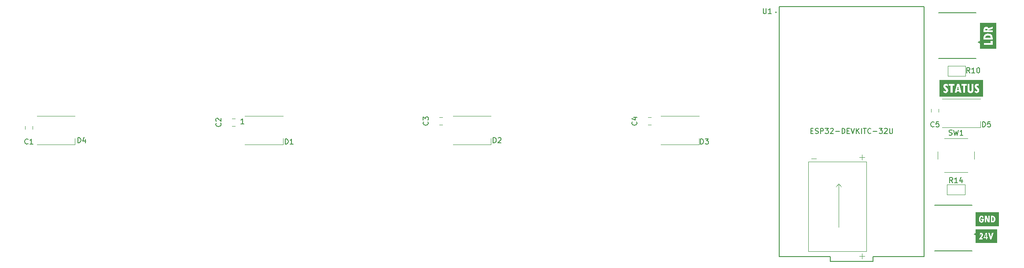
<source format=gbr>
%TF.GenerationSoftware,KiCad,Pcbnew,(7.0.0)*%
%TF.CreationDate,2023-08-21T10:27:13+05:30*%
%TF.ProjectId,X1A51B8-v1,58314135-3142-4382-9d76-312e6b696361,rev?*%
%TF.SameCoordinates,Original*%
%TF.FileFunction,Legend,Top*%
%TF.FilePolarity,Positive*%
%FSLAX46Y46*%
G04 Gerber Fmt 4.6, Leading zero omitted, Abs format (unit mm)*
G04 Created by KiCad (PCBNEW (7.0.0)) date 2023-08-21 10:27:13*
%MOMM*%
%LPD*%
G01*
G04 APERTURE LIST*
%ADD10C,0.300000*%
%ADD11C,0.150000*%
%ADD12C,0.120000*%
%ADD13C,0.127000*%
%ADD14C,0.200000*%
G04 APERTURE END LIST*
D10*
G36*
X260917745Y-87012527D02*
G01*
X260586552Y-87012527D01*
X260761430Y-86247070D01*
X260766803Y-86247070D01*
X260917745Y-87012527D01*
G37*
G36*
X265561345Y-88310977D02*
G01*
X257192499Y-88310977D01*
X257192499Y-86249512D01*
X257928213Y-86249512D01*
X257928717Y-86272441D01*
X257930228Y-86295308D01*
X257932747Y-86318114D01*
X257936273Y-86340859D01*
X257940807Y-86363543D01*
X257946348Y-86386166D01*
X257952897Y-86408728D01*
X257960453Y-86431229D01*
X257969024Y-86453684D01*
X257978619Y-86476109D01*
X257989236Y-86498503D01*
X258000875Y-86520866D01*
X258013538Y-86543199D01*
X258023706Y-86559929D01*
X258034449Y-86576641D01*
X258045768Y-86593337D01*
X258057662Y-86610015D01*
X258061894Y-86615631D01*
X258076293Y-86633569D01*
X258093242Y-86653138D01*
X258112740Y-86674338D01*
X258127156Y-86689379D01*
X258142706Y-86705144D01*
X258159389Y-86721634D01*
X258177205Y-86738849D01*
X258196155Y-86756790D01*
X258216238Y-86775455D01*
X258237455Y-86794846D01*
X258259805Y-86814961D01*
X258283289Y-86835802D01*
X258307906Y-86857368D01*
X258333656Y-86879659D01*
X258341771Y-86886691D01*
X258357227Y-86900632D01*
X258378479Y-86921236D01*
X258397412Y-86941470D01*
X258414027Y-86961335D01*
X258428324Y-86980831D01*
X258440303Y-86999958D01*
X258449963Y-87018716D01*
X258457304Y-87037104D01*
X258463487Y-87061047D01*
X258465547Y-87084334D01*
X258465092Y-87095795D01*
X258461451Y-87117685D01*
X258454170Y-87138201D01*
X258443248Y-87157344D01*
X258428685Y-87175113D01*
X258413768Y-87188870D01*
X258407255Y-87194017D01*
X258390089Y-87205430D01*
X258371659Y-87214768D01*
X258351964Y-87222031D01*
X258331006Y-87227218D01*
X258308783Y-87230331D01*
X258285296Y-87231369D01*
X258263862Y-87230636D01*
X258242424Y-87228438D01*
X258220982Y-87224774D01*
X258199536Y-87219645D01*
X258178087Y-87213050D01*
X258156634Y-87204990D01*
X258135176Y-87195465D01*
X258113715Y-87184474D01*
X258092251Y-87172018D01*
X258070782Y-87158096D01*
X258049310Y-87142709D01*
X258027834Y-87125856D01*
X258006354Y-87107538D01*
X257984870Y-87087754D01*
X257963382Y-87066505D01*
X257941891Y-87043790D01*
X257941891Y-87387684D01*
X257964269Y-87410399D01*
X257986709Y-87431648D01*
X258009210Y-87451431D01*
X258031772Y-87469750D01*
X258054395Y-87486602D01*
X258077079Y-87501990D01*
X258099824Y-87515912D01*
X258122630Y-87528368D01*
X258145498Y-87539359D01*
X258168426Y-87548884D01*
X258191415Y-87556944D01*
X258214466Y-87563539D01*
X258237577Y-87568668D01*
X258260750Y-87572332D01*
X258283983Y-87574530D01*
X258307278Y-87575263D01*
X258335467Y-87574694D01*
X258363003Y-87572988D01*
X258389887Y-87570145D01*
X258416119Y-87566165D01*
X258441697Y-87561047D01*
X258466623Y-87554792D01*
X258490897Y-87547400D01*
X258514518Y-87538870D01*
X258537486Y-87529204D01*
X258559802Y-87518400D01*
X258581465Y-87506459D01*
X258602476Y-87493380D01*
X258622834Y-87479164D01*
X258642539Y-87463812D01*
X258661592Y-87447321D01*
X258679993Y-87429694D01*
X258697561Y-87411181D01*
X258713996Y-87392035D01*
X258729297Y-87372255D01*
X258743465Y-87351841D01*
X258756500Y-87330795D01*
X258768401Y-87309114D01*
X258779168Y-87286800D01*
X258788803Y-87263853D01*
X258797304Y-87240272D01*
X258804671Y-87216058D01*
X258810905Y-87191210D01*
X258816005Y-87165728D01*
X258819972Y-87139613D01*
X258822806Y-87112865D01*
X258824506Y-87085483D01*
X258825073Y-87057468D01*
X258824916Y-87043126D01*
X258824095Y-87021871D01*
X258822569Y-87000926D01*
X258820340Y-86980289D01*
X258817406Y-86959961D01*
X258813768Y-86939943D01*
X258809426Y-86920234D01*
X258804380Y-86900834D01*
X258798630Y-86881743D01*
X258792175Y-86862961D01*
X258785017Y-86844488D01*
X258782518Y-86838407D01*
X258774713Y-86820468D01*
X258763585Y-86797258D01*
X258751632Y-86774856D01*
X258738855Y-86753263D01*
X258725254Y-86732480D01*
X258710828Y-86712505D01*
X258695578Y-86693340D01*
X258679504Y-86674983D01*
X258666341Y-86660964D01*
X258651580Y-86646018D01*
X258635223Y-86630144D01*
X258617268Y-86613343D01*
X258597716Y-86595614D01*
X258576567Y-86576958D01*
X258561581Y-86564006D01*
X258545884Y-86550641D01*
X258529478Y-86536864D01*
X258512362Y-86522675D01*
X258494536Y-86508074D01*
X258476000Y-86493061D01*
X258456755Y-86477635D01*
X258447558Y-86470035D01*
X258430041Y-86455025D01*
X258413692Y-86440271D01*
X258398511Y-86425773D01*
X258384498Y-86411531D01*
X258365667Y-86390647D01*
X258349464Y-86370338D01*
X258335889Y-86350604D01*
X258324941Y-86331446D01*
X258316620Y-86312863D01*
X258309614Y-86288981D01*
X258307278Y-86266121D01*
X258308944Y-86247963D01*
X258315098Y-86227647D01*
X258325787Y-86208266D01*
X258338558Y-86192398D01*
X258354661Y-86177217D01*
X258360635Y-86172366D01*
X258379177Y-86159692D01*
X258398646Y-86149835D01*
X258419042Y-86142794D01*
X258440365Y-86138569D01*
X258462616Y-86137161D01*
X258488003Y-86138809D01*
X258513604Y-86143755D01*
X258539420Y-86151998D01*
X258565450Y-86163539D01*
X258582923Y-86173064D01*
X258600491Y-86184055D01*
X258618155Y-86196512D01*
X258635914Y-86210434D01*
X258653769Y-86225821D01*
X258671719Y-86242674D01*
X258689764Y-86260992D01*
X258707905Y-86280775D01*
X258726141Y-86302025D01*
X258744473Y-86324739D01*
X258744473Y-85887056D01*
X258724200Y-85875699D01*
X258703928Y-85865074D01*
X258683656Y-85855182D01*
X258663384Y-85846023D01*
X258643112Y-85837597D01*
X258622840Y-85829903D01*
X258607193Y-85824530D01*
X258973084Y-85824530D01*
X258973084Y-86168424D01*
X259314047Y-86168424D01*
X259314047Y-87544000D01*
X259683342Y-87544000D01*
X260093670Y-87544000D01*
X260456615Y-87544000D01*
X260519630Y-87293895D01*
X260971479Y-87293895D01*
X261028143Y-87544000D01*
X261390600Y-87544000D01*
X260960732Y-85824530D01*
X261399881Y-85824530D01*
X261399881Y-86168424D01*
X261740844Y-86168424D01*
X261740844Y-87544000D01*
X262110139Y-87544000D01*
X262110139Y-86165981D01*
X262444263Y-86165981D01*
X262444263Y-85824530D01*
X262585924Y-85824530D01*
X262585924Y-87028159D01*
X262586485Y-87060654D01*
X262588168Y-87092196D01*
X262590973Y-87122784D01*
X262594900Y-87152417D01*
X262599949Y-87181097D01*
X262606120Y-87208822D01*
X262613413Y-87235593D01*
X262621828Y-87261411D01*
X262631365Y-87286274D01*
X262642024Y-87310183D01*
X262653805Y-87333138D01*
X262666707Y-87355139D01*
X262680732Y-87376186D01*
X262695879Y-87396278D01*
X262712148Y-87415417D01*
X262729539Y-87433602D01*
X262747972Y-87450756D01*
X262767366Y-87466803D01*
X262787722Y-87481744D01*
X262809040Y-87495578D01*
X262831320Y-87508306D01*
X262854561Y-87519926D01*
X262878764Y-87530440D01*
X262903928Y-87539847D01*
X262930055Y-87548148D01*
X262957143Y-87555342D01*
X262985192Y-87561429D01*
X263014204Y-87566409D01*
X263044177Y-87570282D01*
X263075112Y-87573049D01*
X263107009Y-87574709D01*
X263139867Y-87575263D01*
X263171546Y-87574724D01*
X263202347Y-87573110D01*
X263232271Y-87570420D01*
X263261317Y-87566653D01*
X263289485Y-87561810D01*
X263316775Y-87555891D01*
X263343188Y-87548896D01*
X263368722Y-87540824D01*
X263393380Y-87531677D01*
X263417159Y-87521453D01*
X263440060Y-87510153D01*
X263462084Y-87497777D01*
X263483230Y-87484324D01*
X263503499Y-87469795D01*
X263522889Y-87454191D01*
X263541402Y-87437510D01*
X263558970Y-87419823D01*
X263575405Y-87401324D01*
X263590707Y-87382011D01*
X263604875Y-87361886D01*
X263617909Y-87340948D01*
X263629810Y-87319197D01*
X263640578Y-87296633D01*
X263650212Y-87273256D01*
X263658713Y-87249067D01*
X263666080Y-87224064D01*
X263672314Y-87198249D01*
X263677415Y-87171621D01*
X263681382Y-87144180D01*
X263684216Y-87115926D01*
X263685916Y-87086859D01*
X263686482Y-87056979D01*
X263686482Y-86249512D01*
X263928771Y-86249512D01*
X263929275Y-86272441D01*
X263930786Y-86295308D01*
X263933305Y-86318114D01*
X263936831Y-86340859D01*
X263941365Y-86363543D01*
X263946906Y-86386166D01*
X263953455Y-86408728D01*
X263961011Y-86431229D01*
X263969583Y-86453684D01*
X263979177Y-86476109D01*
X263989794Y-86498503D01*
X264001434Y-86520866D01*
X264014096Y-86543199D01*
X264024264Y-86559929D01*
X264035007Y-86576641D01*
X264046326Y-86593337D01*
X264058220Y-86610015D01*
X264062453Y-86615631D01*
X264076851Y-86633569D01*
X264093800Y-86653138D01*
X264113299Y-86674338D01*
X264127715Y-86689379D01*
X264143264Y-86705144D01*
X264159947Y-86721634D01*
X264177764Y-86738849D01*
X264196713Y-86756790D01*
X264216797Y-86775455D01*
X264238013Y-86794846D01*
X264260363Y-86814961D01*
X264283847Y-86835802D01*
X264308464Y-86857368D01*
X264334214Y-86879659D01*
X264342329Y-86886691D01*
X264357785Y-86900632D01*
X264379037Y-86921236D01*
X264397970Y-86941470D01*
X264414586Y-86961335D01*
X264428882Y-86980831D01*
X264440861Y-86999958D01*
X264450521Y-87018716D01*
X264457862Y-87037104D01*
X264464045Y-87061047D01*
X264466106Y-87084334D01*
X264465650Y-87095795D01*
X264462010Y-87117685D01*
X264454728Y-87138201D01*
X264443806Y-87157344D01*
X264429243Y-87175113D01*
X264414326Y-87188870D01*
X264407814Y-87194017D01*
X264390647Y-87205430D01*
X264372217Y-87214768D01*
X264352523Y-87222031D01*
X264331564Y-87227218D01*
X264309341Y-87230331D01*
X264285854Y-87231369D01*
X264264420Y-87230636D01*
X264242982Y-87228438D01*
X264221540Y-87224774D01*
X264200095Y-87219645D01*
X264178645Y-87213050D01*
X264157192Y-87204990D01*
X264135735Y-87195465D01*
X264114274Y-87184474D01*
X264092809Y-87172018D01*
X264071340Y-87158096D01*
X264049868Y-87142709D01*
X264028392Y-87125856D01*
X264006912Y-87107538D01*
X263985428Y-87087754D01*
X263963940Y-87066505D01*
X263942449Y-87043790D01*
X263942449Y-87387684D01*
X263964828Y-87410399D01*
X263987267Y-87431648D01*
X264009768Y-87451431D01*
X264032330Y-87469750D01*
X264054953Y-87486602D01*
X264077637Y-87501990D01*
X264100382Y-87515912D01*
X264123189Y-87528368D01*
X264146056Y-87539359D01*
X264168984Y-87548884D01*
X264191974Y-87556944D01*
X264215024Y-87563539D01*
X264238135Y-87568668D01*
X264261308Y-87572332D01*
X264284542Y-87574530D01*
X264307836Y-87575263D01*
X264336025Y-87574694D01*
X264363562Y-87572988D01*
X264390446Y-87570145D01*
X264416677Y-87566165D01*
X264442256Y-87561047D01*
X264467182Y-87554792D01*
X264491455Y-87547400D01*
X264515076Y-87538870D01*
X264538045Y-87529204D01*
X264560360Y-87518400D01*
X264582024Y-87506459D01*
X264603034Y-87493380D01*
X264623392Y-87479164D01*
X264643098Y-87463812D01*
X264662151Y-87447321D01*
X264680551Y-87429694D01*
X264698119Y-87411181D01*
X264714554Y-87392035D01*
X264729855Y-87372255D01*
X264744023Y-87351841D01*
X264757058Y-87330795D01*
X264768959Y-87309114D01*
X264779727Y-87286800D01*
X264789361Y-87263853D01*
X264797862Y-87240272D01*
X264805229Y-87216058D01*
X264811463Y-87191210D01*
X264816564Y-87165728D01*
X264820531Y-87139613D01*
X264823364Y-87112865D01*
X264825064Y-87085483D01*
X264825631Y-87057468D01*
X264825475Y-87043126D01*
X264824653Y-87021871D01*
X264823128Y-87000926D01*
X264820898Y-86980289D01*
X264817964Y-86959961D01*
X264814326Y-86939943D01*
X264809984Y-86920234D01*
X264804938Y-86900834D01*
X264799188Y-86881743D01*
X264792734Y-86862961D01*
X264785575Y-86844488D01*
X264783076Y-86838407D01*
X264775271Y-86820468D01*
X264764143Y-86797258D01*
X264752190Y-86774856D01*
X264739413Y-86753263D01*
X264725812Y-86732480D01*
X264711386Y-86712505D01*
X264696137Y-86693340D01*
X264680062Y-86674983D01*
X264666899Y-86660964D01*
X264652138Y-86646018D01*
X264635781Y-86630144D01*
X264617826Y-86613343D01*
X264598274Y-86595614D01*
X264577125Y-86576958D01*
X264562139Y-86564006D01*
X264546442Y-86550641D01*
X264530036Y-86536864D01*
X264512920Y-86522675D01*
X264495094Y-86508074D01*
X264476558Y-86493061D01*
X264457313Y-86477635D01*
X264448117Y-86470035D01*
X264430600Y-86455025D01*
X264414251Y-86440271D01*
X264399069Y-86425773D01*
X264385056Y-86411531D01*
X264366226Y-86390647D01*
X264350022Y-86370338D01*
X264336447Y-86350604D01*
X264325499Y-86331446D01*
X264317178Y-86312863D01*
X264310172Y-86288981D01*
X264307836Y-86266121D01*
X264309502Y-86247963D01*
X264315656Y-86227647D01*
X264326345Y-86208266D01*
X264339116Y-86192398D01*
X264355219Y-86177217D01*
X264361194Y-86172366D01*
X264379735Y-86159692D01*
X264399204Y-86149835D01*
X264419600Y-86142794D01*
X264440924Y-86138569D01*
X264463175Y-86137161D01*
X264488561Y-86138809D01*
X264514162Y-86143755D01*
X264539978Y-86151998D01*
X264566009Y-86163539D01*
X264583481Y-86173064D01*
X264601050Y-86184055D01*
X264618713Y-86196512D01*
X264636473Y-86210434D01*
X264654327Y-86225821D01*
X264672277Y-86242674D01*
X264690322Y-86260992D01*
X264708463Y-86280775D01*
X264726699Y-86302025D01*
X264745031Y-86324739D01*
X264745031Y-85887056D01*
X264724759Y-85875699D01*
X264704487Y-85865074D01*
X264684214Y-85855182D01*
X264663942Y-85846023D01*
X264643670Y-85837597D01*
X264623398Y-85829903D01*
X264603126Y-85822942D01*
X264582854Y-85816714D01*
X264562581Y-85811219D01*
X264542309Y-85806456D01*
X264522037Y-85802426D01*
X264501765Y-85799129D01*
X264481493Y-85796564D01*
X264461221Y-85794732D01*
X264440949Y-85793633D01*
X264420676Y-85793267D01*
X264394167Y-85793772D01*
X264368248Y-85795289D01*
X264342921Y-85797818D01*
X264318186Y-85801357D01*
X264294042Y-85805908D01*
X264270490Y-85811470D01*
X264247529Y-85818044D01*
X264225160Y-85825629D01*
X264203382Y-85834225D01*
X264182196Y-85843833D01*
X264161602Y-85854452D01*
X264141598Y-85866082D01*
X264122187Y-85878723D01*
X264103367Y-85892376D01*
X264085138Y-85907040D01*
X264067501Y-85922715D01*
X264050702Y-85939105D01*
X264034986Y-85956032D01*
X264020355Y-85973497D01*
X264006807Y-85991500D01*
X263994343Y-86010042D01*
X263982963Y-86029121D01*
X263972666Y-86048739D01*
X263963454Y-86068895D01*
X263955325Y-86089589D01*
X263948280Y-86110821D01*
X263942319Y-86132591D01*
X263937442Y-86154899D01*
X263933649Y-86177745D01*
X263930939Y-86201129D01*
X263929313Y-86225052D01*
X263928771Y-86249512D01*
X263686482Y-86249512D01*
X263686482Y-85824530D01*
X263311325Y-85824530D01*
X263311325Y-86995919D01*
X263311281Y-87002623D01*
X263310608Y-87022220D01*
X263308456Y-87047148D01*
X263304868Y-87070703D01*
X263299846Y-87092883D01*
X263293389Y-87113689D01*
X263285497Y-87133122D01*
X263276170Y-87151181D01*
X263265408Y-87167866D01*
X263259534Y-87175555D01*
X263243683Y-87192609D01*
X263226161Y-87206563D01*
X263206970Y-87217415D01*
X263186109Y-87225167D01*
X263163579Y-87229818D01*
X263139378Y-87231369D01*
X263118717Y-87230346D01*
X263099231Y-87227278D01*
X263076526Y-87220566D01*
X263055658Y-87210658D01*
X263036627Y-87197553D01*
X263019432Y-87181253D01*
X263006999Y-87165912D01*
X262995893Y-87148547D01*
X262986269Y-87129428D01*
X262978125Y-87108553D01*
X262971461Y-87085922D01*
X262966279Y-87061536D01*
X262963364Y-87042094D01*
X262961282Y-87021665D01*
X262960032Y-87000249D01*
X262959616Y-86977845D01*
X262959616Y-85824530D01*
X262585924Y-85824530D01*
X262444263Y-85824530D01*
X261399881Y-85824530D01*
X260960732Y-85824530D01*
X260584110Y-85824530D01*
X260245261Y-87012527D01*
X260093670Y-87544000D01*
X259683342Y-87544000D01*
X259683342Y-86165981D01*
X260017466Y-86165981D01*
X260017466Y-85824530D01*
X258973084Y-85824530D01*
X258607193Y-85824530D01*
X258602568Y-85822942D01*
X258582295Y-85816714D01*
X258562023Y-85811219D01*
X258541751Y-85806456D01*
X258521479Y-85802426D01*
X258501207Y-85799129D01*
X258480935Y-85796564D01*
X258460662Y-85794732D01*
X258440390Y-85793633D01*
X258420118Y-85793267D01*
X258393608Y-85793772D01*
X258367690Y-85795289D01*
X258342363Y-85797818D01*
X258317628Y-85801357D01*
X258293484Y-85805908D01*
X258269932Y-85811470D01*
X258246971Y-85818044D01*
X258224602Y-85825629D01*
X258202824Y-85834225D01*
X258181638Y-85843833D01*
X258161043Y-85854452D01*
X258141040Y-85866082D01*
X258121629Y-85878723D01*
X258102809Y-85892376D01*
X258084580Y-85907040D01*
X258066943Y-85922715D01*
X258050144Y-85939105D01*
X258034428Y-85956032D01*
X258019796Y-85973497D01*
X258006249Y-85991500D01*
X257993785Y-86010042D01*
X257982404Y-86029121D01*
X257972108Y-86048739D01*
X257962896Y-86068895D01*
X257954767Y-86089589D01*
X257947722Y-86110821D01*
X257941761Y-86132591D01*
X257936884Y-86154899D01*
X257933090Y-86177745D01*
X257930381Y-86201129D01*
X257928755Y-86225052D01*
X257928213Y-86249512D01*
X257192499Y-86249512D01*
X257192499Y-85057553D01*
X265561345Y-85057553D01*
X265561345Y-88310977D01*
G37*
G36*
X266578110Y-76508102D02*
G01*
X266615633Y-76509510D01*
X266651306Y-76511857D01*
X266685128Y-76515143D01*
X266717099Y-76519368D01*
X266747219Y-76524531D01*
X266775488Y-76530633D01*
X266801907Y-76537674D01*
X266826474Y-76545654D01*
X266849191Y-76554573D01*
X266870056Y-76564430D01*
X266889071Y-76575227D01*
X266906235Y-76586962D01*
X266928510Y-76606325D01*
X266946621Y-76627800D01*
X266956972Y-76642787D01*
X266971248Y-76665138D01*
X266984020Y-76687334D01*
X266995290Y-76709376D01*
X267005058Y-76731263D01*
X267013322Y-76752996D01*
X267020084Y-76774575D01*
X267025344Y-76795998D01*
X267029100Y-76817267D01*
X267031354Y-76838382D01*
X267032106Y-76859342D01*
X267032106Y-76903306D01*
X266000424Y-76903306D01*
X266000424Y-76862273D01*
X266001195Y-76839284D01*
X266003507Y-76816478D01*
X266007362Y-76793855D01*
X266012758Y-76771415D01*
X266019696Y-76749158D01*
X266028176Y-76727085D01*
X266038197Y-76705194D01*
X266049761Y-76683487D01*
X266056071Y-76672844D01*
X266069917Y-76652541D01*
X266085395Y-76633551D01*
X266102508Y-76615874D01*
X266121253Y-76599510D01*
X266141632Y-76584458D01*
X266163645Y-76570720D01*
X266181226Y-76561277D01*
X266199726Y-76552573D01*
X266219887Y-76544542D01*
X266242453Y-76537300D01*
X266267423Y-76530849D01*
X266294797Y-76525187D01*
X266314383Y-76521852D01*
X266335036Y-76518868D01*
X266356759Y-76516234D01*
X266379550Y-76513952D01*
X266403409Y-76512021D01*
X266428337Y-76510441D01*
X266454334Y-76509212D01*
X266481399Y-76508335D01*
X266509533Y-76507808D01*
X266538735Y-76507632D01*
X266578110Y-76508102D01*
G37*
G36*
X266192850Y-75194142D02*
G01*
X266212808Y-75194850D01*
X266238377Y-75197117D01*
X266262756Y-75200895D01*
X266285944Y-75206184D01*
X266307941Y-75212985D01*
X266328747Y-75221297D01*
X266348363Y-75231120D01*
X266366788Y-75242454D01*
X266379534Y-75252602D01*
X266394577Y-75269780D01*
X266407392Y-75291124D01*
X266415541Y-75309867D01*
X266422436Y-75330955D01*
X266428078Y-75354386D01*
X266432466Y-75380162D01*
X266435600Y-75408282D01*
X266436993Y-75428331D01*
X266437828Y-75449422D01*
X266438107Y-75471554D01*
X265937898Y-75471554D01*
X265937898Y-75395839D01*
X265938867Y-75371409D01*
X265941775Y-75348555D01*
X265946622Y-75327277D01*
X265953407Y-75307576D01*
X265962131Y-75289450D01*
X265972794Y-75272901D01*
X265985395Y-75257928D01*
X265999935Y-75244531D01*
X266016414Y-75232710D01*
X266034831Y-75222465D01*
X266055188Y-75213796D01*
X266077482Y-75206703D01*
X266101716Y-75201187D01*
X266127888Y-75197247D01*
X266155999Y-75194882D01*
X266186048Y-75194094D01*
X266192850Y-75194142D01*
G37*
G36*
X268111714Y-79039021D02*
G01*
X264920816Y-79039021D01*
X264920816Y-78303306D01*
X265656530Y-78303306D01*
X267376000Y-78303306D01*
X267376000Y-77500724D01*
X267032106Y-77500724D01*
X267032106Y-77934988D01*
X265656530Y-77934988D01*
X265656530Y-78303306D01*
X264920816Y-78303306D01*
X264920816Y-77278463D01*
X265656530Y-77278463D01*
X267376000Y-77278463D01*
X267376000Y-76881324D01*
X267375781Y-76858591D01*
X267375124Y-76836187D01*
X267374029Y-76814112D01*
X267372496Y-76792366D01*
X267370526Y-76770950D01*
X267368117Y-76749862D01*
X267365270Y-76729104D01*
X267361986Y-76708675D01*
X267358264Y-76688575D01*
X267354104Y-76668804D01*
X267349505Y-76649362D01*
X267344469Y-76630250D01*
X267333083Y-76593012D01*
X267319946Y-76557092D01*
X267305056Y-76522487D01*
X267288416Y-76489200D01*
X267270023Y-76457229D01*
X267249879Y-76426574D01*
X267227983Y-76397237D01*
X267204335Y-76369215D01*
X267178936Y-76342511D01*
X267151785Y-76317123D01*
X267137553Y-76304951D01*
X267107961Y-76281767D01*
X267076866Y-76260129D01*
X267044267Y-76240036D01*
X267010165Y-76221489D01*
X266992550Y-76212795D01*
X266974559Y-76204487D01*
X266956192Y-76196566D01*
X266937449Y-76189031D01*
X266918330Y-76181883D01*
X266898836Y-76175121D01*
X266878965Y-76168745D01*
X266858719Y-76162756D01*
X266838097Y-76157153D01*
X266817098Y-76151937D01*
X266795724Y-76147107D01*
X266773974Y-76142663D01*
X266751848Y-76138606D01*
X266729347Y-76134936D01*
X266706469Y-76131651D01*
X266683215Y-76128753D01*
X266659586Y-76126242D01*
X266635580Y-76124116D01*
X266611199Y-76122378D01*
X266586442Y-76121025D01*
X266561308Y-76120059D01*
X266535799Y-76119480D01*
X266509914Y-76119286D01*
X266484304Y-76119484D01*
X266459070Y-76120078D01*
X266434211Y-76121068D01*
X266409729Y-76122454D01*
X266385622Y-76124236D01*
X266361892Y-76126413D01*
X266338537Y-76128987D01*
X266315558Y-76131956D01*
X266292955Y-76135322D01*
X266270728Y-76139083D01*
X266248877Y-76143241D01*
X266227402Y-76147794D01*
X266206302Y-76152743D01*
X266185579Y-76158088D01*
X266165231Y-76163830D01*
X266145260Y-76169967D01*
X266125664Y-76176500D01*
X266106444Y-76183429D01*
X266087600Y-76190754D01*
X266069132Y-76198474D01*
X266051040Y-76206591D01*
X266033324Y-76215104D01*
X265999019Y-76233317D01*
X265966218Y-76253114D01*
X265934921Y-76274495D01*
X265905127Y-76297460D01*
X265876837Y-76322008D01*
X265850159Y-76347838D01*
X265825202Y-76374772D01*
X265801967Y-76402808D01*
X265780453Y-76431948D01*
X265760659Y-76462190D01*
X265742587Y-76493535D01*
X265726236Y-76525983D01*
X265711607Y-76559534D01*
X265698698Y-76594188D01*
X265687511Y-76629945D01*
X265678044Y-76666804D01*
X265670299Y-76704767D01*
X265667072Y-76724162D01*
X265664275Y-76743832D01*
X265661908Y-76763779D01*
X265659972Y-76784001D01*
X265658466Y-76804499D01*
X265657390Y-76825272D01*
X265656745Y-76846321D01*
X265656530Y-76867646D01*
X265656530Y-76903306D01*
X265656530Y-77278463D01*
X264920816Y-77278463D01*
X264920816Y-75841338D01*
X265656530Y-75841338D01*
X267376000Y-75841338D01*
X267376000Y-75471554D01*
X266525057Y-75471554D01*
X266525057Y-75466181D01*
X267376000Y-75168205D01*
X267376000Y-74788651D01*
X266598330Y-75092489D01*
X266587755Y-75074062D01*
X266577035Y-75056273D01*
X266566170Y-75039120D01*
X266555160Y-75022605D01*
X266538373Y-74999028D01*
X266521260Y-74976884D01*
X266503821Y-74956175D01*
X266486055Y-74936899D01*
X266467963Y-74919057D01*
X266449544Y-74902650D01*
X266430800Y-74887676D01*
X266411729Y-74874136D01*
X266391992Y-74861827D01*
X266371251Y-74850729D01*
X266349505Y-74840841D01*
X266326755Y-74832165D01*
X266303000Y-74824699D01*
X266278240Y-74818443D01*
X266252476Y-74813399D01*
X266225707Y-74809565D01*
X266197934Y-74806941D01*
X266169156Y-74805529D01*
X266149412Y-74805260D01*
X266132962Y-74805498D01*
X266108423Y-74806751D01*
X266084046Y-74809076D01*
X266059833Y-74812475D01*
X266035784Y-74816947D01*
X266011897Y-74822493D01*
X265988173Y-74829112D01*
X265964613Y-74836804D01*
X265941216Y-74845569D01*
X265917982Y-74855408D01*
X265894911Y-74866321D01*
X265879838Y-74874276D01*
X265858181Y-74887417D01*
X265837666Y-74902010D01*
X265818294Y-74918055D01*
X265800063Y-74935550D01*
X265782974Y-74954496D01*
X265767027Y-74974894D01*
X265752222Y-74996743D01*
X265738559Y-75020043D01*
X265726038Y-75044794D01*
X265714660Y-75070996D01*
X265707620Y-75088952D01*
X265697913Y-75115899D01*
X265689228Y-75142864D01*
X265681564Y-75169847D01*
X265674922Y-75196846D01*
X265669303Y-75223862D01*
X265664704Y-75250896D01*
X265661128Y-75277947D01*
X265658573Y-75305015D01*
X265657041Y-75332100D01*
X265656530Y-75359203D01*
X265656530Y-75471554D01*
X265656530Y-75841338D01*
X264920816Y-75841338D01*
X264920816Y-74052938D01*
X268111714Y-74052938D01*
X268111714Y-79039021D01*
G37*
G36*
X266104147Y-115330606D02*
G01*
X265867110Y-115330606D01*
X266100117Y-114805972D01*
X266104147Y-114805972D01*
X266104147Y-115330606D01*
G37*
G36*
X268222900Y-116487286D02*
G01*
X264100434Y-116487286D01*
X264100434Y-115823000D01*
X264764720Y-115823000D01*
X265484992Y-115823000D01*
X265484992Y-115565079D01*
X265165522Y-115565079D01*
X265196910Y-115518184D01*
X265671471Y-115518184D01*
X266104147Y-115518184D01*
X266104147Y-115823000D01*
X266336056Y-115823000D01*
X266336056Y-115518184D01*
X266452560Y-115518184D01*
X266452560Y-115330606D01*
X266336056Y-115330606D01*
X266336056Y-114533397D01*
X266562469Y-114533397D01*
X266930299Y-115823000D01*
X267195913Y-115823000D01*
X267558614Y-114533397D01*
X267278345Y-114533397D01*
X267063289Y-115362480D01*
X266855927Y-114533397D01*
X266562469Y-114533397D01*
X266336056Y-114533397D01*
X266049559Y-114533397D01*
X265690450Y-115330606D01*
X265671471Y-115372738D01*
X265671471Y-115518184D01*
X265196910Y-115518184D01*
X265350170Y-115289207D01*
X265362042Y-115271072D01*
X265373480Y-115253303D01*
X265384482Y-115235901D01*
X265395049Y-115218865D01*
X265405182Y-115202195D01*
X265414879Y-115185892D01*
X265424141Y-115169955D01*
X265432968Y-115154385D01*
X265441360Y-115139181D01*
X265449317Y-115124343D01*
X265456839Y-115109871D01*
X265463926Y-115095766D01*
X265470578Y-115082028D01*
X265479740Y-115062107D01*
X265487923Y-115043010D01*
X265492936Y-115030592D01*
X265499849Y-115012111D01*
X265506035Y-114993803D01*
X265511493Y-114975669D01*
X265516223Y-114957709D01*
X265520225Y-114939922D01*
X265523500Y-114922310D01*
X265526047Y-114904872D01*
X265527866Y-114887607D01*
X265528958Y-114870516D01*
X265529322Y-114853600D01*
X265528931Y-114834291D01*
X265527759Y-114815475D01*
X265525806Y-114797151D01*
X265523071Y-114779319D01*
X265519555Y-114761980D01*
X265515257Y-114745133D01*
X265510178Y-114728778D01*
X265504318Y-114712916D01*
X265497676Y-114697546D01*
X265490253Y-114682668D01*
X265482048Y-114668282D01*
X265473062Y-114654389D01*
X265463295Y-114640988D01*
X265452746Y-114628080D01*
X265441416Y-114615663D01*
X265429304Y-114603739D01*
X265416538Y-114592382D01*
X265403241Y-114581757D01*
X265389415Y-114571866D01*
X265375060Y-114562706D01*
X265360175Y-114554280D01*
X265344760Y-114546586D01*
X265328816Y-114539625D01*
X265312343Y-114533397D01*
X265295340Y-114527902D01*
X265277807Y-114523139D01*
X265259745Y-114519109D01*
X265241154Y-114515812D01*
X265222032Y-114513247D01*
X265202382Y-114511415D01*
X265182202Y-114510316D01*
X265161492Y-114509950D01*
X265148173Y-114510122D01*
X265128392Y-114511023D01*
X265108850Y-114512698D01*
X265089546Y-114515145D01*
X265070481Y-114518365D01*
X265051653Y-114522358D01*
X265033064Y-114527123D01*
X265014714Y-114532662D01*
X264996601Y-114538973D01*
X264978727Y-114546057D01*
X264961091Y-114553914D01*
X264949621Y-114559504D01*
X264933193Y-114568414D01*
X264917700Y-114577956D01*
X264903140Y-114588129D01*
X264889514Y-114598934D01*
X264876822Y-114610369D01*
X264865063Y-114622435D01*
X264854239Y-114635133D01*
X264844348Y-114648461D01*
X264835391Y-114662421D01*
X264827368Y-114677012D01*
X264820186Y-114692485D01*
X264813616Y-114709092D01*
X264807658Y-114726832D01*
X264802312Y-114745705D01*
X264797578Y-114765712D01*
X264793455Y-114786853D01*
X264791046Y-114801576D01*
X264788910Y-114816803D01*
X264787045Y-114832534D01*
X264785452Y-114848768D01*
X264784131Y-114865506D01*
X264783082Y-114882748D01*
X264782305Y-114900494D01*
X264777176Y-115002344D01*
X265016412Y-115002344D01*
X265016412Y-114943359D01*
X265016705Y-114925944D01*
X265017584Y-114909283D01*
X265019049Y-114893375D01*
X265021100Y-114878220D01*
X265024747Y-114859187D01*
X265029435Y-114841492D01*
X265035165Y-114825138D01*
X265041937Y-114810123D01*
X265049751Y-114796447D01*
X265056316Y-114787150D01*
X265068344Y-114773686D01*
X265081732Y-114762763D01*
X265096480Y-114754381D01*
X265112587Y-114748538D01*
X265130054Y-114745236D01*
X265145006Y-114744423D01*
X265157857Y-114745007D01*
X265172971Y-114747379D01*
X265189715Y-114752634D01*
X265204940Y-114760517D01*
X265218644Y-114771027D01*
X265228903Y-114781792D01*
X265234534Y-114789011D01*
X265242688Y-114801988D01*
X265249303Y-114816145D01*
X265254380Y-114831483D01*
X265257918Y-114848002D01*
X265259918Y-114865701D01*
X265260411Y-114880711D01*
X265260214Y-114888538D01*
X265258643Y-114905411D01*
X265256133Y-114920712D01*
X265252532Y-114937139D01*
X265247840Y-114954693D01*
X265243300Y-114969548D01*
X265238062Y-114985124D01*
X265236694Y-114989049D01*
X265231327Y-115004010D01*
X265226132Y-115017791D01*
X265219880Y-115033360D01*
X265213896Y-115047086D01*
X265207070Y-115061125D01*
X265199594Y-115074151D01*
X264764720Y-115736171D01*
X264764720Y-115823000D01*
X264100434Y-115823000D01*
X264100434Y-113845664D01*
X268222900Y-113845664D01*
X268222900Y-116487286D01*
G37*
G36*
X267367028Y-111489896D02*
G01*
X267384133Y-111491630D01*
X267401100Y-111494521D01*
X267417930Y-111498568D01*
X267434622Y-111503772D01*
X267451177Y-111510132D01*
X267467595Y-111517648D01*
X267483875Y-111526321D01*
X267491858Y-111531053D01*
X267507085Y-111541437D01*
X267521327Y-111553046D01*
X267534585Y-111565881D01*
X267546858Y-111579940D01*
X267558147Y-111595224D01*
X267568451Y-111611733D01*
X267575533Y-111624919D01*
X267582061Y-111638794D01*
X267588084Y-111653915D01*
X267593516Y-111670840D01*
X267598354Y-111689567D01*
X267602600Y-111710098D01*
X267605102Y-111724787D01*
X267607340Y-111740277D01*
X267609315Y-111756569D01*
X267611027Y-111773662D01*
X267612475Y-111791557D01*
X267613660Y-111810253D01*
X267614581Y-111829750D01*
X267615240Y-111850049D01*
X267615635Y-111871149D01*
X267615766Y-111893051D01*
X267615414Y-111922582D01*
X267614358Y-111950725D01*
X267612598Y-111977479D01*
X267610134Y-112002846D01*
X267606965Y-112026824D01*
X267603093Y-112049414D01*
X267598516Y-112070616D01*
X267593235Y-112090430D01*
X267587250Y-112108855D01*
X267580561Y-112125893D01*
X267573168Y-112141542D01*
X267565071Y-112155803D01*
X267556269Y-112168676D01*
X267541747Y-112185382D01*
X267525641Y-112198965D01*
X267514401Y-112206729D01*
X267497638Y-112217436D01*
X267480990Y-112227015D01*
X267464459Y-112235468D01*
X267448043Y-112242793D01*
X267431744Y-112248992D01*
X267415560Y-112254063D01*
X267399492Y-112258008D01*
X267383540Y-112260825D01*
X267367704Y-112262516D01*
X267351984Y-112263079D01*
X267319011Y-112263079D01*
X267319011Y-111489318D01*
X267349786Y-111489318D01*
X267367028Y-111489896D01*
G37*
G36*
X268571312Y-113208733D02*
G01*
X264112890Y-113208733D01*
X264112890Y-111867406D01*
X264777176Y-111867406D01*
X264777638Y-111909060D01*
X264779024Y-111949391D01*
X264781333Y-111988400D01*
X264784566Y-112026087D01*
X264788723Y-112062452D01*
X264793804Y-112097494D01*
X264799809Y-112131214D01*
X264806737Y-112163611D01*
X264814589Y-112194686D01*
X264823365Y-112224439D01*
X264833065Y-112252870D01*
X264843688Y-112279978D01*
X264855236Y-112305763D01*
X264867707Y-112330227D01*
X264881102Y-112353368D01*
X264895420Y-112375187D01*
X264910663Y-112395683D01*
X264926829Y-112414857D01*
X264943919Y-112432709D01*
X264961932Y-112449238D01*
X264980870Y-112464445D01*
X265000731Y-112478330D01*
X265021516Y-112490892D01*
X265043225Y-112502132D01*
X265065858Y-112512049D01*
X265089414Y-112520645D01*
X265113895Y-112527917D01*
X265139299Y-112533868D01*
X265165626Y-112538496D01*
X265192878Y-112541802D01*
X265221053Y-112543786D01*
X265250152Y-112544447D01*
X265269044Y-112544052D01*
X265287619Y-112542867D01*
X265305875Y-112540892D01*
X265323814Y-112538127D01*
X265341436Y-112534572D01*
X265358739Y-112530227D01*
X265375725Y-112525092D01*
X265392393Y-112519168D01*
X265408744Y-112512453D01*
X265424776Y-112504948D01*
X265440491Y-112496653D01*
X265455889Y-112487569D01*
X265470968Y-112477694D01*
X265485730Y-112467029D01*
X265500174Y-112455575D01*
X265514301Y-112443330D01*
X265527985Y-112430585D01*
X265541103Y-112417628D01*
X265553654Y-112404458D01*
X265565638Y-112391078D01*
X265577055Y-112377485D01*
X265587906Y-112363680D01*
X265598190Y-112349664D01*
X265607907Y-112335436D01*
X265617058Y-112320996D01*
X265625641Y-112306344D01*
X265633658Y-112291481D01*
X265641109Y-112276406D01*
X265647992Y-112261118D01*
X265654309Y-112245620D01*
X265660060Y-112229909D01*
X265665243Y-112213986D01*
X265669990Y-112198095D01*
X265674431Y-112182571D01*
X265678565Y-112167412D01*
X265682393Y-112152620D01*
X265687562Y-112131119D01*
X265692041Y-112110443D01*
X265695831Y-112090590D01*
X265698931Y-112071562D01*
X265701343Y-112053358D01*
X265703066Y-112035979D01*
X265704099Y-112019424D01*
X265704444Y-112003693D01*
X265704444Y-111794133D01*
X265242092Y-111794133D01*
X265242092Y-112052053D01*
X265412818Y-112052053D01*
X265410972Y-112080446D01*
X265407998Y-112107008D01*
X265403897Y-112131737D01*
X265398667Y-112154635D01*
X265392310Y-112175701D01*
X265384826Y-112194935D01*
X265376213Y-112212338D01*
X265366473Y-112227908D01*
X265355605Y-112241647D01*
X265343610Y-112253554D01*
X265330486Y-112263629D01*
X265316235Y-112271872D01*
X265300857Y-112278283D01*
X265284350Y-112282863D01*
X265266716Y-112285610D01*
X265247954Y-112286526D01*
X265231851Y-112285937D01*
X265216516Y-112284168D01*
X265201947Y-112281220D01*
X265184815Y-112275876D01*
X265168881Y-112268690D01*
X265154146Y-112259662D01*
X265140609Y-112248791D01*
X265133157Y-112241322D01*
X265121810Y-112227427D01*
X265113699Y-112215011D01*
X265106446Y-112201438D01*
X265100052Y-112186709D01*
X265094516Y-112170824D01*
X265089839Y-112153782D01*
X265086021Y-112135584D01*
X265085210Y-112130766D01*
X265082930Y-112114827D01*
X265080882Y-112096660D01*
X265079066Y-112076265D01*
X265077984Y-112061430D01*
X265077005Y-112045605D01*
X265076129Y-112028789D01*
X265075356Y-112010983D01*
X265074687Y-111992187D01*
X265074120Y-111972400D01*
X265073656Y-111951624D01*
X265073296Y-111929856D01*
X265073038Y-111907099D01*
X265072884Y-111883351D01*
X265072832Y-111858613D01*
X265072881Y-111837531D01*
X265073027Y-111817242D01*
X265073270Y-111797746D01*
X265073611Y-111779043D01*
X265074048Y-111761133D01*
X265074584Y-111744015D01*
X265075216Y-111727691D01*
X265075946Y-111712159D01*
X265077223Y-111690348D01*
X265078720Y-111670320D01*
X265080435Y-111652077D01*
X265082369Y-111635617D01*
X265085288Y-111616446D01*
X265086956Y-111607728D01*
X265090951Y-111591012D01*
X265095829Y-111575259D01*
X265101587Y-111560467D01*
X265108228Y-111546637D01*
X265115750Y-111533768D01*
X265126392Y-111519035D01*
X265138411Y-111505804D01*
X265151710Y-111494300D01*
X265166189Y-111484745D01*
X265181849Y-111477141D01*
X265198690Y-111471486D01*
X265213012Y-111468366D01*
X265228090Y-111466494D01*
X265243924Y-111465870D01*
X265262053Y-111466512D01*
X265279072Y-111468435D01*
X265294980Y-111471641D01*
X265309778Y-111476129D01*
X265329892Y-111485265D01*
X265347508Y-111497286D01*
X265362625Y-111512193D01*
X265375243Y-111529984D01*
X265382267Y-111543448D01*
X265388180Y-111558194D01*
X265392983Y-111574223D01*
X265396675Y-111591533D01*
X265399257Y-111610126D01*
X265400728Y-111630002D01*
X265644727Y-111524855D01*
X265640215Y-111505358D01*
X265635200Y-111486480D01*
X265629680Y-111468221D01*
X265623655Y-111450580D01*
X265617126Y-111433559D01*
X265610092Y-111417157D01*
X265602554Y-111401373D01*
X265594512Y-111386209D01*
X265585965Y-111371664D01*
X265576913Y-111357737D01*
X265567358Y-111344430D01*
X265557297Y-111331741D01*
X265546732Y-111319671D01*
X265535663Y-111308221D01*
X265524089Y-111297389D01*
X265512011Y-111287176D01*
X265499429Y-111277582D01*
X265486341Y-111268608D01*
X265472750Y-111260252D01*
X265458654Y-111252515D01*
X265444053Y-111245397D01*
X265428948Y-111238898D01*
X265413339Y-111233018D01*
X265408374Y-111231397D01*
X265900449Y-111231397D01*
X265900449Y-112521000D01*
X266170459Y-112521000D01*
X266170459Y-111708770D01*
X266174489Y-111708770D01*
X266502019Y-112521000D01*
X266795843Y-112521000D01*
X266795843Y-111231397D01*
X267037644Y-111231397D01*
X267037644Y-111489318D01*
X267037644Y-112521000D01*
X267335498Y-112521000D01*
X267352548Y-112520835D01*
X267369351Y-112520343D01*
X267385907Y-112519522D01*
X267402216Y-112518372D01*
X267418279Y-112516894D01*
X267434094Y-112515088D01*
X267449663Y-112512953D01*
X267464985Y-112510489D01*
X267480060Y-112507698D01*
X267494888Y-112504578D01*
X267509469Y-112501129D01*
X267523803Y-112497352D01*
X267551731Y-112488812D01*
X267578672Y-112478959D01*
X267604625Y-112467792D01*
X267629591Y-112455312D01*
X267653569Y-112441517D01*
X267676560Y-112426409D01*
X267698563Y-112409987D01*
X267719579Y-112392251D01*
X267739608Y-112373202D01*
X267758648Y-112352838D01*
X267767777Y-112342164D01*
X267785165Y-112319971D01*
X267801394Y-112296649D01*
X267816464Y-112272200D01*
X267830374Y-112246623D01*
X267836894Y-112233412D01*
X267843125Y-112219919D01*
X267849066Y-112206144D01*
X267854717Y-112192087D01*
X267860078Y-112177748D01*
X267865150Y-112163127D01*
X267869932Y-112148224D01*
X267874424Y-112133039D01*
X267878626Y-112117572D01*
X267882538Y-112101824D01*
X267886160Y-112085793D01*
X267889493Y-112069481D01*
X267892536Y-112052886D01*
X267895289Y-112036010D01*
X267897752Y-112018851D01*
X267899926Y-112001411D01*
X267901810Y-111983689D01*
X267903404Y-111965685D01*
X267904708Y-111947399D01*
X267905722Y-111928831D01*
X267906446Y-111909981D01*
X267906881Y-111890849D01*
X267907026Y-111871436D01*
X267906878Y-111852228D01*
X267906432Y-111833302D01*
X267905690Y-111814658D01*
X267904650Y-111796297D01*
X267903314Y-111778217D01*
X267901681Y-111760419D01*
X267899751Y-111742903D01*
X267897523Y-111725668D01*
X267894999Y-111708716D01*
X267892178Y-111692046D01*
X267889060Y-111675658D01*
X267885645Y-111659551D01*
X267881933Y-111643727D01*
X267877924Y-111628184D01*
X267873619Y-111612923D01*
X267869016Y-111597945D01*
X267864116Y-111583248D01*
X267858919Y-111568833D01*
X267853426Y-111554700D01*
X267847635Y-111540849D01*
X267841547Y-111527280D01*
X267835163Y-111513993D01*
X267821503Y-111488264D01*
X267806655Y-111463664D01*
X267790619Y-111440191D01*
X267773396Y-111417845D01*
X267754985Y-111396628D01*
X267735612Y-111376619D01*
X267715412Y-111357902D01*
X267694384Y-111340475D01*
X267672530Y-111324339D01*
X267649848Y-111309494D01*
X267626339Y-111295940D01*
X267602003Y-111283677D01*
X267576840Y-111272705D01*
X267550850Y-111263023D01*
X267524032Y-111254633D01*
X267496387Y-111247533D01*
X267467916Y-111241724D01*
X267453369Y-111239304D01*
X267438616Y-111237206D01*
X267423657Y-111235431D01*
X267408490Y-111233979D01*
X267393117Y-111232849D01*
X267377537Y-111232043D01*
X267361750Y-111231559D01*
X267345756Y-111231397D01*
X267037644Y-111231397D01*
X266795843Y-111231397D01*
X266532061Y-111231397D01*
X266532061Y-112031170D01*
X266526932Y-112031170D01*
X266204165Y-111231397D01*
X265900449Y-111231397D01*
X265408374Y-111231397D01*
X265397225Y-111227757D01*
X265380606Y-111223114D01*
X265363483Y-111219091D01*
X265345856Y-111215687D01*
X265327724Y-111212902D01*
X265309088Y-111210735D01*
X265289947Y-111209188D01*
X265270302Y-111208259D01*
X265250152Y-111207950D01*
X265222210Y-111208614D01*
X265195077Y-111210606D01*
X265168755Y-111213926D01*
X265143243Y-111218575D01*
X265118540Y-111224551D01*
X265094648Y-111231855D01*
X265071565Y-111240488D01*
X265049293Y-111250448D01*
X265027831Y-111261737D01*
X265007178Y-111274353D01*
X264987336Y-111288298D01*
X264968304Y-111303571D01*
X264950081Y-111320172D01*
X264932669Y-111338101D01*
X264916067Y-111357358D01*
X264900274Y-111377943D01*
X264892701Y-111388691D01*
X264878275Y-111411068D01*
X264864812Y-111434619D01*
X264852309Y-111459342D01*
X264840769Y-111485240D01*
X264830190Y-111512311D01*
X264825261Y-111526286D01*
X264820573Y-111540555D01*
X264816125Y-111555117D01*
X264811918Y-111569973D01*
X264807951Y-111585122D01*
X264804224Y-111600564D01*
X264800738Y-111616300D01*
X264797492Y-111632329D01*
X264794487Y-111648652D01*
X264791722Y-111665268D01*
X264789197Y-111682177D01*
X264786913Y-111699380D01*
X264784870Y-111716876D01*
X264783067Y-111734665D01*
X264781504Y-111752748D01*
X264780181Y-111771124D01*
X264779099Y-111789794D01*
X264778258Y-111808757D01*
X264777657Y-111828013D01*
X264777296Y-111847563D01*
X264777176Y-111867406D01*
X264112890Y-111867406D01*
X264112890Y-110543664D01*
X268571312Y-110543664D01*
X268571312Y-113208733D01*
G37*
D11*
%TO.C,R10*%
X263009142Y-83679380D02*
X262675809Y-83203190D01*
X262437714Y-83679380D02*
X262437714Y-82679380D01*
X262437714Y-82679380D02*
X262818666Y-82679380D01*
X262818666Y-82679380D02*
X262913904Y-82727000D01*
X262913904Y-82727000D02*
X262961523Y-82774619D01*
X262961523Y-82774619D02*
X263009142Y-82869857D01*
X263009142Y-82869857D02*
X263009142Y-83012714D01*
X263009142Y-83012714D02*
X262961523Y-83107952D01*
X262961523Y-83107952D02*
X262913904Y-83155571D01*
X262913904Y-83155571D02*
X262818666Y-83203190D01*
X262818666Y-83203190D02*
X262437714Y-83203190D01*
X263961523Y-83679380D02*
X263390095Y-83679380D01*
X263675809Y-83679380D02*
X263675809Y-82679380D01*
X263675809Y-82679380D02*
X263580571Y-82822238D01*
X263580571Y-82822238D02*
X263485333Y-82917476D01*
X263485333Y-82917476D02*
X263390095Y-82965095D01*
X264580571Y-82679380D02*
X264675809Y-82679380D01*
X264675809Y-82679380D02*
X264771047Y-82727000D01*
X264771047Y-82727000D02*
X264818666Y-82774619D01*
X264818666Y-82774619D02*
X264866285Y-82869857D01*
X264866285Y-82869857D02*
X264913904Y-83060333D01*
X264913904Y-83060333D02*
X264913904Y-83298428D01*
X264913904Y-83298428D02*
X264866285Y-83488904D01*
X264866285Y-83488904D02*
X264818666Y-83584142D01*
X264818666Y-83584142D02*
X264771047Y-83631761D01*
X264771047Y-83631761D02*
X264675809Y-83679380D01*
X264675809Y-83679380D02*
X264580571Y-83679380D01*
X264580571Y-83679380D02*
X264485333Y-83631761D01*
X264485333Y-83631761D02*
X264437714Y-83584142D01*
X264437714Y-83584142D02*
X264390095Y-83488904D01*
X264390095Y-83488904D02*
X264342476Y-83298428D01*
X264342476Y-83298428D02*
X264342476Y-83060333D01*
X264342476Y-83060333D02*
X264390095Y-82869857D01*
X264390095Y-82869857D02*
X264437714Y-82774619D01*
X264437714Y-82774619D02*
X264485333Y-82727000D01*
X264485333Y-82727000D02*
X264580571Y-82679380D01*
%TO.C,D3*%
X211219905Y-97395380D02*
X211219905Y-96395380D01*
X211219905Y-96395380D02*
X211458000Y-96395380D01*
X211458000Y-96395380D02*
X211600857Y-96443000D01*
X211600857Y-96443000D02*
X211696095Y-96538238D01*
X211696095Y-96538238D02*
X211743714Y-96633476D01*
X211743714Y-96633476D02*
X211791333Y-96823952D01*
X211791333Y-96823952D02*
X211791333Y-96966809D01*
X211791333Y-96966809D02*
X211743714Y-97157285D01*
X211743714Y-97157285D02*
X211696095Y-97252523D01*
X211696095Y-97252523D02*
X211600857Y-97347761D01*
X211600857Y-97347761D02*
X211458000Y-97395380D01*
X211458000Y-97395380D02*
X211219905Y-97395380D01*
X212124667Y-96395380D02*
X212743714Y-96395380D01*
X212743714Y-96395380D02*
X212410381Y-96776333D01*
X212410381Y-96776333D02*
X212553238Y-96776333D01*
X212553238Y-96776333D02*
X212648476Y-96823952D01*
X212648476Y-96823952D02*
X212696095Y-96871571D01*
X212696095Y-96871571D02*
X212743714Y-96966809D01*
X212743714Y-96966809D02*
X212743714Y-97204904D01*
X212743714Y-97204904D02*
X212696095Y-97300142D01*
X212696095Y-97300142D02*
X212648476Y-97347761D01*
X212648476Y-97347761D02*
X212553238Y-97395380D01*
X212553238Y-97395380D02*
X212267524Y-97395380D01*
X212267524Y-97395380D02*
X212172286Y-97347761D01*
X212172286Y-97347761D02*
X212124667Y-97300142D01*
%TO.C,U1*%
X223266095Y-71249380D02*
X223266095Y-72058904D01*
X223266095Y-72058904D02*
X223313714Y-72154142D01*
X223313714Y-72154142D02*
X223361333Y-72201761D01*
X223361333Y-72201761D02*
X223456571Y-72249380D01*
X223456571Y-72249380D02*
X223647047Y-72249380D01*
X223647047Y-72249380D02*
X223742285Y-72201761D01*
X223742285Y-72201761D02*
X223789904Y-72154142D01*
X223789904Y-72154142D02*
X223837523Y-72058904D01*
X223837523Y-72058904D02*
X223837523Y-71249380D01*
X224837523Y-72249380D02*
X224266095Y-72249380D01*
X224551809Y-72249380D02*
X224551809Y-71249380D01*
X224551809Y-71249380D02*
X224456571Y-71392238D01*
X224456571Y-71392238D02*
X224361333Y-71487476D01*
X224361333Y-71487476D02*
X224266095Y-71535095D01*
X232426857Y-94839571D02*
X232760190Y-94839571D01*
X232903047Y-95363380D02*
X232426857Y-95363380D01*
X232426857Y-95363380D02*
X232426857Y-94363380D01*
X232426857Y-94363380D02*
X232903047Y-94363380D01*
X233284000Y-95315761D02*
X233426857Y-95363380D01*
X233426857Y-95363380D02*
X233664952Y-95363380D01*
X233664952Y-95363380D02*
X233760190Y-95315761D01*
X233760190Y-95315761D02*
X233807809Y-95268142D01*
X233807809Y-95268142D02*
X233855428Y-95172904D01*
X233855428Y-95172904D02*
X233855428Y-95077666D01*
X233855428Y-95077666D02*
X233807809Y-94982428D01*
X233807809Y-94982428D02*
X233760190Y-94934809D01*
X233760190Y-94934809D02*
X233664952Y-94887190D01*
X233664952Y-94887190D02*
X233474476Y-94839571D01*
X233474476Y-94839571D02*
X233379238Y-94791952D01*
X233379238Y-94791952D02*
X233331619Y-94744333D01*
X233331619Y-94744333D02*
X233284000Y-94649095D01*
X233284000Y-94649095D02*
X233284000Y-94553857D01*
X233284000Y-94553857D02*
X233331619Y-94458619D01*
X233331619Y-94458619D02*
X233379238Y-94411000D01*
X233379238Y-94411000D02*
X233474476Y-94363380D01*
X233474476Y-94363380D02*
X233712571Y-94363380D01*
X233712571Y-94363380D02*
X233855428Y-94411000D01*
X234284000Y-95363380D02*
X234284000Y-94363380D01*
X234284000Y-94363380D02*
X234664952Y-94363380D01*
X234664952Y-94363380D02*
X234760190Y-94411000D01*
X234760190Y-94411000D02*
X234807809Y-94458619D01*
X234807809Y-94458619D02*
X234855428Y-94553857D01*
X234855428Y-94553857D02*
X234855428Y-94696714D01*
X234855428Y-94696714D02*
X234807809Y-94791952D01*
X234807809Y-94791952D02*
X234760190Y-94839571D01*
X234760190Y-94839571D02*
X234664952Y-94887190D01*
X234664952Y-94887190D02*
X234284000Y-94887190D01*
X235188762Y-94363380D02*
X235807809Y-94363380D01*
X235807809Y-94363380D02*
X235474476Y-94744333D01*
X235474476Y-94744333D02*
X235617333Y-94744333D01*
X235617333Y-94744333D02*
X235712571Y-94791952D01*
X235712571Y-94791952D02*
X235760190Y-94839571D01*
X235760190Y-94839571D02*
X235807809Y-94934809D01*
X235807809Y-94934809D02*
X235807809Y-95172904D01*
X235807809Y-95172904D02*
X235760190Y-95268142D01*
X235760190Y-95268142D02*
X235712571Y-95315761D01*
X235712571Y-95315761D02*
X235617333Y-95363380D01*
X235617333Y-95363380D02*
X235331619Y-95363380D01*
X235331619Y-95363380D02*
X235236381Y-95315761D01*
X235236381Y-95315761D02*
X235188762Y-95268142D01*
X236188762Y-94458619D02*
X236236381Y-94411000D01*
X236236381Y-94411000D02*
X236331619Y-94363380D01*
X236331619Y-94363380D02*
X236569714Y-94363380D01*
X236569714Y-94363380D02*
X236664952Y-94411000D01*
X236664952Y-94411000D02*
X236712571Y-94458619D01*
X236712571Y-94458619D02*
X236760190Y-94553857D01*
X236760190Y-94553857D02*
X236760190Y-94649095D01*
X236760190Y-94649095D02*
X236712571Y-94791952D01*
X236712571Y-94791952D02*
X236141143Y-95363380D01*
X236141143Y-95363380D02*
X236760190Y-95363380D01*
X237188762Y-94982428D02*
X237950667Y-94982428D01*
X238426857Y-95363380D02*
X238426857Y-94363380D01*
X238426857Y-94363380D02*
X238664952Y-94363380D01*
X238664952Y-94363380D02*
X238807809Y-94411000D01*
X238807809Y-94411000D02*
X238903047Y-94506238D01*
X238903047Y-94506238D02*
X238950666Y-94601476D01*
X238950666Y-94601476D02*
X238998285Y-94791952D01*
X238998285Y-94791952D02*
X238998285Y-94934809D01*
X238998285Y-94934809D02*
X238950666Y-95125285D01*
X238950666Y-95125285D02*
X238903047Y-95220523D01*
X238903047Y-95220523D02*
X238807809Y-95315761D01*
X238807809Y-95315761D02*
X238664952Y-95363380D01*
X238664952Y-95363380D02*
X238426857Y-95363380D01*
X239426857Y-94839571D02*
X239760190Y-94839571D01*
X239903047Y-95363380D02*
X239426857Y-95363380D01*
X239426857Y-95363380D02*
X239426857Y-94363380D01*
X239426857Y-94363380D02*
X239903047Y-94363380D01*
X240188762Y-94363380D02*
X240522095Y-95363380D01*
X240522095Y-95363380D02*
X240855428Y-94363380D01*
X241188762Y-95363380D02*
X241188762Y-94363380D01*
X241760190Y-95363380D02*
X241331619Y-94791952D01*
X241760190Y-94363380D02*
X241188762Y-94934809D01*
X242188762Y-95363380D02*
X242188762Y-94363380D01*
X242522095Y-94363380D02*
X243093523Y-94363380D01*
X242807809Y-95363380D02*
X242807809Y-94363380D01*
X243998285Y-95268142D02*
X243950666Y-95315761D01*
X243950666Y-95315761D02*
X243807809Y-95363380D01*
X243807809Y-95363380D02*
X243712571Y-95363380D01*
X243712571Y-95363380D02*
X243569714Y-95315761D01*
X243569714Y-95315761D02*
X243474476Y-95220523D01*
X243474476Y-95220523D02*
X243426857Y-95125285D01*
X243426857Y-95125285D02*
X243379238Y-94934809D01*
X243379238Y-94934809D02*
X243379238Y-94791952D01*
X243379238Y-94791952D02*
X243426857Y-94601476D01*
X243426857Y-94601476D02*
X243474476Y-94506238D01*
X243474476Y-94506238D02*
X243569714Y-94411000D01*
X243569714Y-94411000D02*
X243712571Y-94363380D01*
X243712571Y-94363380D02*
X243807809Y-94363380D01*
X243807809Y-94363380D02*
X243950666Y-94411000D01*
X243950666Y-94411000D02*
X243998285Y-94458619D01*
X244426857Y-94982428D02*
X245188762Y-94982428D01*
X245569714Y-94363380D02*
X246188761Y-94363380D01*
X246188761Y-94363380D02*
X245855428Y-94744333D01*
X245855428Y-94744333D02*
X245998285Y-94744333D01*
X245998285Y-94744333D02*
X246093523Y-94791952D01*
X246093523Y-94791952D02*
X246141142Y-94839571D01*
X246141142Y-94839571D02*
X246188761Y-94934809D01*
X246188761Y-94934809D02*
X246188761Y-95172904D01*
X246188761Y-95172904D02*
X246141142Y-95268142D01*
X246141142Y-95268142D02*
X246093523Y-95315761D01*
X246093523Y-95315761D02*
X245998285Y-95363380D01*
X245998285Y-95363380D02*
X245712571Y-95363380D01*
X245712571Y-95363380D02*
X245617333Y-95315761D01*
X245617333Y-95315761D02*
X245569714Y-95268142D01*
X246569714Y-94458619D02*
X246617333Y-94411000D01*
X246617333Y-94411000D02*
X246712571Y-94363380D01*
X246712571Y-94363380D02*
X246950666Y-94363380D01*
X246950666Y-94363380D02*
X247045904Y-94411000D01*
X247045904Y-94411000D02*
X247093523Y-94458619D01*
X247093523Y-94458619D02*
X247141142Y-94553857D01*
X247141142Y-94553857D02*
X247141142Y-94649095D01*
X247141142Y-94649095D02*
X247093523Y-94791952D01*
X247093523Y-94791952D02*
X246522095Y-95363380D01*
X246522095Y-95363380D02*
X247141142Y-95363380D01*
X247569714Y-94363380D02*
X247569714Y-95172904D01*
X247569714Y-95172904D02*
X247617333Y-95268142D01*
X247617333Y-95268142D02*
X247664952Y-95315761D01*
X247664952Y-95315761D02*
X247760190Y-95363380D01*
X247760190Y-95363380D02*
X247950666Y-95363380D01*
X247950666Y-95363380D02*
X248045904Y-95315761D01*
X248045904Y-95315761D02*
X248093523Y-95268142D01*
X248093523Y-95268142D02*
X248141142Y-95172904D01*
X248141142Y-95172904D02*
X248141142Y-94363380D01*
%TO.C,D1*%
X131341905Y-97395380D02*
X131341905Y-96395380D01*
X131341905Y-96395380D02*
X131580000Y-96395380D01*
X131580000Y-96395380D02*
X131722857Y-96443000D01*
X131722857Y-96443000D02*
X131818095Y-96538238D01*
X131818095Y-96538238D02*
X131865714Y-96633476D01*
X131865714Y-96633476D02*
X131913333Y-96823952D01*
X131913333Y-96823952D02*
X131913333Y-96966809D01*
X131913333Y-96966809D02*
X131865714Y-97157285D01*
X131865714Y-97157285D02*
X131818095Y-97252523D01*
X131818095Y-97252523D02*
X131722857Y-97347761D01*
X131722857Y-97347761D02*
X131580000Y-97395380D01*
X131580000Y-97395380D02*
X131341905Y-97395380D01*
X132865714Y-97395380D02*
X132294286Y-97395380D01*
X132580000Y-97395380D02*
X132580000Y-96395380D01*
X132580000Y-96395380D02*
X132484762Y-96538238D01*
X132484762Y-96538238D02*
X132389524Y-96633476D01*
X132389524Y-96633476D02*
X132294286Y-96681095D01*
X123389714Y-93509380D02*
X122818286Y-93509380D01*
X123104000Y-93509380D02*
X123104000Y-92509380D01*
X123104000Y-92509380D02*
X123008762Y-92652238D01*
X123008762Y-92652238D02*
X122913524Y-92747476D01*
X122913524Y-92747476D02*
X122818286Y-92795095D01*
%TO.C,C5*%
X256119333Y-93998142D02*
X256071714Y-94045761D01*
X256071714Y-94045761D02*
X255928857Y-94093380D01*
X255928857Y-94093380D02*
X255833619Y-94093380D01*
X255833619Y-94093380D02*
X255690762Y-94045761D01*
X255690762Y-94045761D02*
X255595524Y-93950523D01*
X255595524Y-93950523D02*
X255547905Y-93855285D01*
X255547905Y-93855285D02*
X255500286Y-93664809D01*
X255500286Y-93664809D02*
X255500286Y-93521952D01*
X255500286Y-93521952D02*
X255547905Y-93331476D01*
X255547905Y-93331476D02*
X255595524Y-93236238D01*
X255595524Y-93236238D02*
X255690762Y-93141000D01*
X255690762Y-93141000D02*
X255833619Y-93093380D01*
X255833619Y-93093380D02*
X255928857Y-93093380D01*
X255928857Y-93093380D02*
X256071714Y-93141000D01*
X256071714Y-93141000D02*
X256119333Y-93188619D01*
X257024095Y-93093380D02*
X256547905Y-93093380D01*
X256547905Y-93093380D02*
X256500286Y-93569571D01*
X256500286Y-93569571D02*
X256547905Y-93521952D01*
X256547905Y-93521952D02*
X256643143Y-93474333D01*
X256643143Y-93474333D02*
X256881238Y-93474333D01*
X256881238Y-93474333D02*
X256976476Y-93521952D01*
X256976476Y-93521952D02*
X257024095Y-93569571D01*
X257024095Y-93569571D02*
X257071714Y-93664809D01*
X257071714Y-93664809D02*
X257071714Y-93902904D01*
X257071714Y-93902904D02*
X257024095Y-93998142D01*
X257024095Y-93998142D02*
X256976476Y-94045761D01*
X256976476Y-94045761D02*
X256881238Y-94093380D01*
X256881238Y-94093380D02*
X256643143Y-94093380D01*
X256643143Y-94093380D02*
X256547905Y-94045761D01*
X256547905Y-94045761D02*
X256500286Y-93998142D01*
%TO.C,R14*%
X259707142Y-104839380D02*
X259373809Y-104363190D01*
X259135714Y-104839380D02*
X259135714Y-103839380D01*
X259135714Y-103839380D02*
X259516666Y-103839380D01*
X259516666Y-103839380D02*
X259611904Y-103887000D01*
X259611904Y-103887000D02*
X259659523Y-103934619D01*
X259659523Y-103934619D02*
X259707142Y-104029857D01*
X259707142Y-104029857D02*
X259707142Y-104172714D01*
X259707142Y-104172714D02*
X259659523Y-104267952D01*
X259659523Y-104267952D02*
X259611904Y-104315571D01*
X259611904Y-104315571D02*
X259516666Y-104363190D01*
X259516666Y-104363190D02*
X259135714Y-104363190D01*
X260659523Y-104839380D02*
X260088095Y-104839380D01*
X260373809Y-104839380D02*
X260373809Y-103839380D01*
X260373809Y-103839380D02*
X260278571Y-103982238D01*
X260278571Y-103982238D02*
X260183333Y-104077476D01*
X260183333Y-104077476D02*
X260088095Y-104125095D01*
X261516666Y-104172714D02*
X261516666Y-104839380D01*
X261278571Y-103791761D02*
X261040476Y-104506047D01*
X261040476Y-104506047D02*
X261659523Y-104506047D01*
%TO.C,SW1*%
X259016667Y-95637761D02*
X259159524Y-95685380D01*
X259159524Y-95685380D02*
X259397619Y-95685380D01*
X259397619Y-95685380D02*
X259492857Y-95637761D01*
X259492857Y-95637761D02*
X259540476Y-95590142D01*
X259540476Y-95590142D02*
X259588095Y-95494904D01*
X259588095Y-95494904D02*
X259588095Y-95399666D01*
X259588095Y-95399666D02*
X259540476Y-95304428D01*
X259540476Y-95304428D02*
X259492857Y-95256809D01*
X259492857Y-95256809D02*
X259397619Y-95209190D01*
X259397619Y-95209190D02*
X259207143Y-95161571D01*
X259207143Y-95161571D02*
X259111905Y-95113952D01*
X259111905Y-95113952D02*
X259064286Y-95066333D01*
X259064286Y-95066333D02*
X259016667Y-94971095D01*
X259016667Y-94971095D02*
X259016667Y-94875857D01*
X259016667Y-94875857D02*
X259064286Y-94780619D01*
X259064286Y-94780619D02*
X259111905Y-94733000D01*
X259111905Y-94733000D02*
X259207143Y-94685380D01*
X259207143Y-94685380D02*
X259445238Y-94685380D01*
X259445238Y-94685380D02*
X259588095Y-94733000D01*
X259921429Y-94685380D02*
X260159524Y-95685380D01*
X260159524Y-95685380D02*
X260350000Y-94971095D01*
X260350000Y-94971095D02*
X260540476Y-95685380D01*
X260540476Y-95685380D02*
X260778572Y-94685380D01*
X261683333Y-95685380D02*
X261111905Y-95685380D01*
X261397619Y-95685380D02*
X261397619Y-94685380D01*
X261397619Y-94685380D02*
X261302381Y-94828238D01*
X261302381Y-94828238D02*
X261207143Y-94923476D01*
X261207143Y-94923476D02*
X261111905Y-94971095D01*
%TO.C,C4*%
X198900142Y-93130666D02*
X198947761Y-93178285D01*
X198947761Y-93178285D02*
X198995380Y-93321142D01*
X198995380Y-93321142D02*
X198995380Y-93416380D01*
X198995380Y-93416380D02*
X198947761Y-93559237D01*
X198947761Y-93559237D02*
X198852523Y-93654475D01*
X198852523Y-93654475D02*
X198757285Y-93702094D01*
X198757285Y-93702094D02*
X198566809Y-93749713D01*
X198566809Y-93749713D02*
X198423952Y-93749713D01*
X198423952Y-93749713D02*
X198233476Y-93702094D01*
X198233476Y-93702094D02*
X198138238Y-93654475D01*
X198138238Y-93654475D02*
X198043000Y-93559237D01*
X198043000Y-93559237D02*
X197995380Y-93416380D01*
X197995380Y-93416380D02*
X197995380Y-93321142D01*
X197995380Y-93321142D02*
X198043000Y-93178285D01*
X198043000Y-93178285D02*
X198090619Y-93130666D01*
X198328714Y-92273523D02*
X198995380Y-92273523D01*
X197947761Y-92511618D02*
X198662047Y-92749713D01*
X198662047Y-92749713D02*
X198662047Y-92130666D01*
%TO.C,C3*%
X158768142Y-93130666D02*
X158815761Y-93178285D01*
X158815761Y-93178285D02*
X158863380Y-93321142D01*
X158863380Y-93321142D02*
X158863380Y-93416380D01*
X158863380Y-93416380D02*
X158815761Y-93559237D01*
X158815761Y-93559237D02*
X158720523Y-93654475D01*
X158720523Y-93654475D02*
X158625285Y-93702094D01*
X158625285Y-93702094D02*
X158434809Y-93749713D01*
X158434809Y-93749713D02*
X158291952Y-93749713D01*
X158291952Y-93749713D02*
X158101476Y-93702094D01*
X158101476Y-93702094D02*
X158006238Y-93654475D01*
X158006238Y-93654475D02*
X157911000Y-93559237D01*
X157911000Y-93559237D02*
X157863380Y-93416380D01*
X157863380Y-93416380D02*
X157863380Y-93321142D01*
X157863380Y-93321142D02*
X157911000Y-93178285D01*
X157911000Y-93178285D02*
X157958619Y-93130666D01*
X157863380Y-92797332D02*
X157863380Y-92178285D01*
X157863380Y-92178285D02*
X158244333Y-92511618D01*
X158244333Y-92511618D02*
X158244333Y-92368761D01*
X158244333Y-92368761D02*
X158291952Y-92273523D01*
X158291952Y-92273523D02*
X158339571Y-92225904D01*
X158339571Y-92225904D02*
X158434809Y-92178285D01*
X158434809Y-92178285D02*
X158672904Y-92178285D01*
X158672904Y-92178285D02*
X158768142Y-92225904D01*
X158768142Y-92225904D02*
X158815761Y-92273523D01*
X158815761Y-92273523D02*
X158863380Y-92368761D01*
X158863380Y-92368761D02*
X158863380Y-92654475D01*
X158863380Y-92654475D02*
X158815761Y-92749713D01*
X158815761Y-92749713D02*
X158768142Y-92797332D01*
%TO.C,D2*%
X171351905Y-97141380D02*
X171351905Y-96141380D01*
X171351905Y-96141380D02*
X171590000Y-96141380D01*
X171590000Y-96141380D02*
X171732857Y-96189000D01*
X171732857Y-96189000D02*
X171828095Y-96284238D01*
X171828095Y-96284238D02*
X171875714Y-96379476D01*
X171875714Y-96379476D02*
X171923333Y-96569952D01*
X171923333Y-96569952D02*
X171923333Y-96712809D01*
X171923333Y-96712809D02*
X171875714Y-96903285D01*
X171875714Y-96903285D02*
X171828095Y-96998523D01*
X171828095Y-96998523D02*
X171732857Y-97093761D01*
X171732857Y-97093761D02*
X171590000Y-97141380D01*
X171590000Y-97141380D02*
X171351905Y-97141380D01*
X172304286Y-96236619D02*
X172351905Y-96189000D01*
X172351905Y-96189000D02*
X172447143Y-96141380D01*
X172447143Y-96141380D02*
X172685238Y-96141380D01*
X172685238Y-96141380D02*
X172780476Y-96189000D01*
X172780476Y-96189000D02*
X172828095Y-96236619D01*
X172828095Y-96236619D02*
X172875714Y-96331857D01*
X172875714Y-96331857D02*
X172875714Y-96427095D01*
X172875714Y-96427095D02*
X172828095Y-96569952D01*
X172828095Y-96569952D02*
X172256667Y-97141380D01*
X172256667Y-97141380D02*
X172875714Y-97141380D01*
%TO.C,D4*%
X91463905Y-97141380D02*
X91463905Y-96141380D01*
X91463905Y-96141380D02*
X91702000Y-96141380D01*
X91702000Y-96141380D02*
X91844857Y-96189000D01*
X91844857Y-96189000D02*
X91940095Y-96284238D01*
X91940095Y-96284238D02*
X91987714Y-96379476D01*
X91987714Y-96379476D02*
X92035333Y-96569952D01*
X92035333Y-96569952D02*
X92035333Y-96712809D01*
X92035333Y-96712809D02*
X91987714Y-96903285D01*
X91987714Y-96903285D02*
X91940095Y-96998523D01*
X91940095Y-96998523D02*
X91844857Y-97093761D01*
X91844857Y-97093761D02*
X91702000Y-97141380D01*
X91702000Y-97141380D02*
X91463905Y-97141380D01*
X92892476Y-96474714D02*
X92892476Y-97141380D01*
X92654381Y-96093761D02*
X92416286Y-96808047D01*
X92416286Y-96808047D02*
X93035333Y-96808047D01*
%TO.C,C2*%
X118911642Y-93384666D02*
X118959261Y-93432285D01*
X118959261Y-93432285D02*
X119006880Y-93575142D01*
X119006880Y-93575142D02*
X119006880Y-93670380D01*
X119006880Y-93670380D02*
X118959261Y-93813237D01*
X118959261Y-93813237D02*
X118864023Y-93908475D01*
X118864023Y-93908475D02*
X118768785Y-93956094D01*
X118768785Y-93956094D02*
X118578309Y-94003713D01*
X118578309Y-94003713D02*
X118435452Y-94003713D01*
X118435452Y-94003713D02*
X118244976Y-93956094D01*
X118244976Y-93956094D02*
X118149738Y-93908475D01*
X118149738Y-93908475D02*
X118054500Y-93813237D01*
X118054500Y-93813237D02*
X118006880Y-93670380D01*
X118006880Y-93670380D02*
X118006880Y-93575142D01*
X118006880Y-93575142D02*
X118054500Y-93432285D01*
X118054500Y-93432285D02*
X118102119Y-93384666D01*
X118102119Y-93003713D02*
X118054500Y-92956094D01*
X118054500Y-92956094D02*
X118006880Y-92860856D01*
X118006880Y-92860856D02*
X118006880Y-92622761D01*
X118006880Y-92622761D02*
X118054500Y-92527523D01*
X118054500Y-92527523D02*
X118102119Y-92479904D01*
X118102119Y-92479904D02*
X118197357Y-92432285D01*
X118197357Y-92432285D02*
X118292595Y-92432285D01*
X118292595Y-92432285D02*
X118435452Y-92479904D01*
X118435452Y-92479904D02*
X119006880Y-93051332D01*
X119006880Y-93051332D02*
X119006880Y-92432285D01*
%TO.C,C1*%
X81875333Y-97300142D02*
X81827714Y-97347761D01*
X81827714Y-97347761D02*
X81684857Y-97395380D01*
X81684857Y-97395380D02*
X81589619Y-97395380D01*
X81589619Y-97395380D02*
X81446762Y-97347761D01*
X81446762Y-97347761D02*
X81351524Y-97252523D01*
X81351524Y-97252523D02*
X81303905Y-97157285D01*
X81303905Y-97157285D02*
X81256286Y-96966809D01*
X81256286Y-96966809D02*
X81256286Y-96823952D01*
X81256286Y-96823952D02*
X81303905Y-96633476D01*
X81303905Y-96633476D02*
X81351524Y-96538238D01*
X81351524Y-96538238D02*
X81446762Y-96443000D01*
X81446762Y-96443000D02*
X81589619Y-96395380D01*
X81589619Y-96395380D02*
X81684857Y-96395380D01*
X81684857Y-96395380D02*
X81827714Y-96443000D01*
X81827714Y-96443000D02*
X81875333Y-96490619D01*
X82827714Y-97395380D02*
X82256286Y-97395380D01*
X82542000Y-97395380D02*
X82542000Y-96395380D01*
X82542000Y-96395380D02*
X82446762Y-96538238D01*
X82446762Y-96538238D02*
X82351524Y-96633476D01*
X82351524Y-96633476D02*
X82256286Y-96681095D01*
%TO.C,D5*%
X265453905Y-94093380D02*
X265453905Y-93093380D01*
X265453905Y-93093380D02*
X265692000Y-93093380D01*
X265692000Y-93093380D02*
X265834857Y-93141000D01*
X265834857Y-93141000D02*
X265930095Y-93236238D01*
X265930095Y-93236238D02*
X265977714Y-93331476D01*
X265977714Y-93331476D02*
X266025333Y-93521952D01*
X266025333Y-93521952D02*
X266025333Y-93664809D01*
X266025333Y-93664809D02*
X265977714Y-93855285D01*
X265977714Y-93855285D02*
X265930095Y-93950523D01*
X265930095Y-93950523D02*
X265834857Y-94045761D01*
X265834857Y-94045761D02*
X265692000Y-94093380D01*
X265692000Y-94093380D02*
X265453905Y-94093380D01*
X266930095Y-93093380D02*
X266453905Y-93093380D01*
X266453905Y-93093380D02*
X266406286Y-93569571D01*
X266406286Y-93569571D02*
X266453905Y-93521952D01*
X266453905Y-93521952D02*
X266549143Y-93474333D01*
X266549143Y-93474333D02*
X266787238Y-93474333D01*
X266787238Y-93474333D02*
X266882476Y-93521952D01*
X266882476Y-93521952D02*
X266930095Y-93569571D01*
X266930095Y-93569571D02*
X266977714Y-93664809D01*
X266977714Y-93664809D02*
X266977714Y-93902904D01*
X266977714Y-93902904D02*
X266930095Y-93998142D01*
X266930095Y-93998142D02*
X266882476Y-94045761D01*
X266882476Y-94045761D02*
X266787238Y-94093380D01*
X266787238Y-94093380D02*
X266549143Y-94093380D01*
X266549143Y-94093380D02*
X266453905Y-94045761D01*
X266453905Y-94045761D02*
X266406286Y-93998142D01*
D12*
%TO.C,R10*%
X262153500Y-84312000D02*
X262153500Y-82312000D01*
X262153500Y-82312000D02*
X258753500Y-82312000D01*
X258753500Y-84312000D02*
X262153500Y-84312000D01*
X258753500Y-82312000D02*
X258753500Y-84312000D01*
%TO.C,D3*%
X203614000Y-91992000D02*
X210914000Y-91992000D01*
X203614000Y-97492000D02*
X210914000Y-97492000D01*
X210914000Y-97492000D02*
X210914000Y-96342000D01*
D13*
%TO.C,U1*%
X226334000Y-70896000D02*
X226334000Y-119096000D01*
X226334000Y-119096000D02*
X236214000Y-119096000D01*
X236214000Y-119096000D02*
X236214000Y-119996000D01*
X236214000Y-119996000D02*
X244344000Y-119996000D01*
X244344000Y-119096000D02*
X254234000Y-119096000D01*
X244344000Y-119996000D02*
X244344000Y-119096000D01*
X249284000Y-70896000D02*
X226334000Y-70896000D01*
X254234000Y-70896000D02*
X249284000Y-70896000D01*
X254234000Y-119096000D02*
X254234000Y-70896000D01*
D14*
X225814000Y-72026000D02*
G75*
G03*
X225814000Y-72026000I-100000J0D01*
G01*
D12*
%TO.C,D1*%
X123604000Y-91992000D02*
X130904000Y-91992000D01*
X123604000Y-97492000D02*
X130904000Y-97492000D01*
X130904000Y-97492000D02*
X130904000Y-96342000D01*
%TO.C,C5*%
X257021000Y-90670748D02*
X257021000Y-91193252D01*
X255551000Y-90670748D02*
X255551000Y-91193252D01*
%TO.C,J3*%
X242244000Y-119480000D02*
X242244000Y-118480000D01*
X233494000Y-118980000D02*
X232494000Y-118980000D01*
X242744000Y-118980000D02*
X241744000Y-118980000D01*
X231927400Y-118069200D02*
X243103400Y-118069200D01*
X231927400Y-118069200D02*
X231927400Y-100797200D01*
X243103400Y-118069200D02*
X243103400Y-100797200D01*
X237744000Y-113421000D02*
X237744000Y-105039000D01*
X237744000Y-105039000D02*
X237261400Y-105648600D01*
X237744000Y-105039000D02*
X238277400Y-105648600D01*
X231927400Y-100797200D02*
X243103400Y-100797200D01*
X242244000Y-100480000D02*
X242244000Y-99480000D01*
X233494000Y-100230000D02*
X232494000Y-100230000D01*
X242744000Y-99980000D02*
X241744000Y-99980000D01*
%TO.C,R14*%
X258650000Y-105172000D02*
X258650000Y-107172000D01*
X258650000Y-107172000D02*
X262050000Y-107172000D01*
X262050000Y-105172000D02*
X258650000Y-105172000D01*
X262050000Y-107172000D02*
X262050000Y-105172000D01*
%TO.C,SW1*%
X256850000Y-98818000D02*
X256850000Y-100318000D01*
X258100000Y-102818000D02*
X262600000Y-102818000D01*
X262600000Y-96318000D02*
X258100000Y-96318000D01*
X263850000Y-100318000D02*
X263850000Y-98818000D01*
%TO.C,C4*%
X201683252Y-93699000D02*
X201160748Y-93699000D01*
X201683252Y-92229000D02*
X201160748Y-92229000D01*
%TO.C,C3*%
X161551252Y-93699000D02*
X161028748Y-93699000D01*
X161551252Y-92229000D02*
X161028748Y-92229000D01*
%TO.C,D2*%
X163614000Y-91992000D02*
X170914000Y-91992000D01*
X163614000Y-97492000D02*
X170914000Y-97492000D01*
X170914000Y-97492000D02*
X170914000Y-96342000D01*
%TO.C,D4*%
X83604000Y-91992000D02*
X90904000Y-91992000D01*
X83604000Y-97492000D02*
X90904000Y-97492000D01*
X90904000Y-97492000D02*
X90904000Y-96342000D01*
D13*
%TO.C,J1*%
X257029000Y-72134000D02*
X264179000Y-72134000D01*
X264179000Y-80904000D02*
X257029000Y-80904000D01*
X264604000Y-77734000D02*
X265604000Y-77234000D01*
X265604000Y-77234000D02*
X265604000Y-78234000D01*
X265604000Y-78234000D02*
X264604000Y-77734000D01*
D12*
%TO.C,C2*%
X121673252Y-93953000D02*
X121150748Y-93953000D01*
X121673252Y-92483000D02*
X121150748Y-92483000D01*
%TO.C,C1*%
X82777000Y-93972748D02*
X82777000Y-94495252D01*
X81307000Y-93972748D02*
X81307000Y-94495252D01*
D13*
%TO.C,J2*%
X256267000Y-109208000D02*
X263417000Y-109208000D01*
X263417000Y-117978000D02*
X256267000Y-117978000D01*
X263842000Y-114808000D02*
X264842000Y-114308000D01*
X264842000Y-114308000D02*
X264842000Y-115308000D01*
X264842000Y-115308000D02*
X263842000Y-114808000D01*
D12*
%TO.C,D5*%
X257716000Y-88690000D02*
X265016000Y-88690000D01*
X257716000Y-94190000D02*
X265016000Y-94190000D01*
X265016000Y-94190000D02*
X265016000Y-93040000D01*
%TD*%
M02*

</source>
